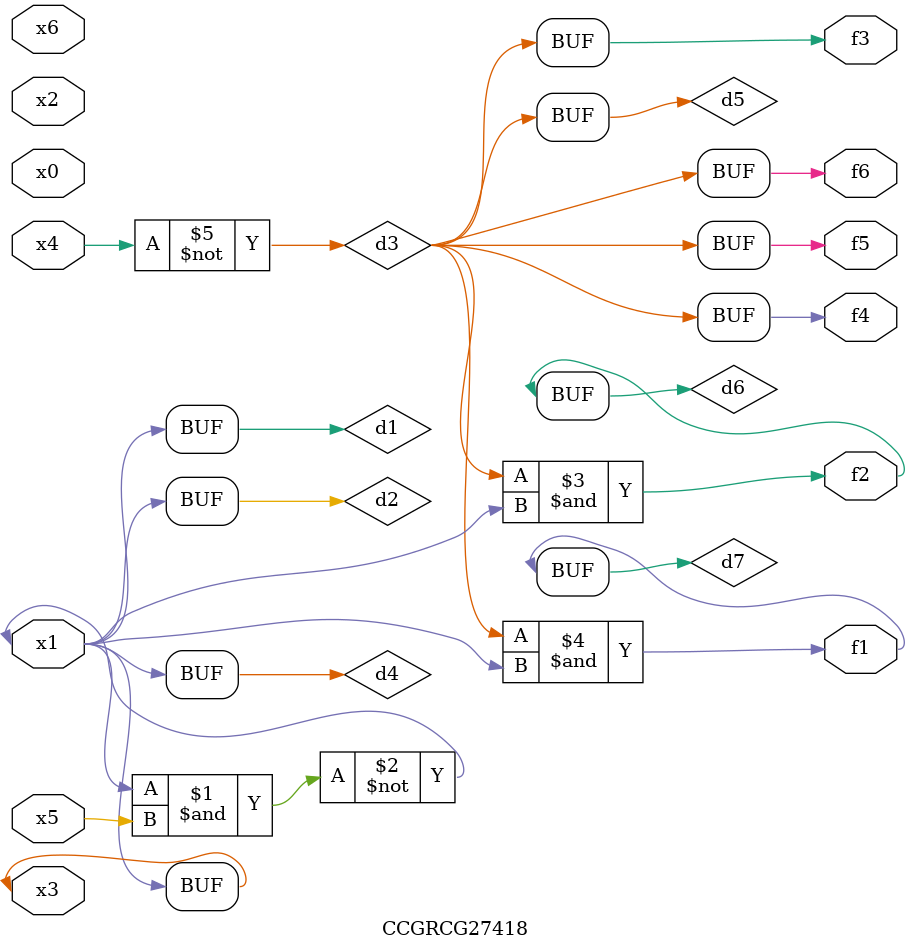
<source format=v>
module CCGRCG27418(
	input x0, x1, x2, x3, x4, x5, x6,
	output f1, f2, f3, f4, f5, f6
);

	wire d1, d2, d3, d4, d5, d6, d7;

	buf (d1, x1, x3);
	nand (d2, x1, x5);
	not (d3, x4);
	buf (d4, d1, d2);
	buf (d5, d3);
	and (d6, d3, d4);
	and (d7, d3, d4);
	assign f1 = d7;
	assign f2 = d6;
	assign f3 = d5;
	assign f4 = d5;
	assign f5 = d5;
	assign f6 = d5;
endmodule

</source>
